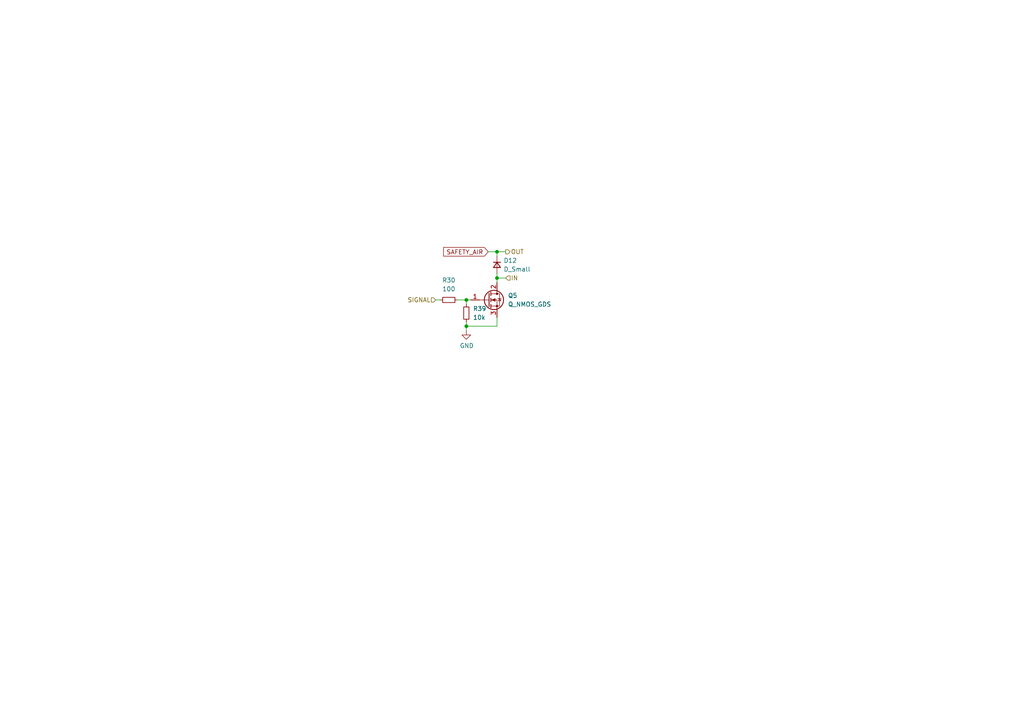
<source format=kicad_sch>
(kicad_sch (version 20211123) (generator eeschema)

  (uuid 503f26e5-d308-4336-b267-c768bce6c9b7)

  (paper "A4")

  (lib_symbols
    (symbol "Device:D_Small" (pin_numbers hide) (pin_names (offset 0.254) hide) (in_bom yes) (on_board yes)
      (property "Reference" "D" (id 0) (at -1.27 2.032 0)
        (effects (font (size 1.27 1.27)) (justify left))
      )
      (property "Value" "D_Small" (id 1) (at -3.81 -2.032 0)
        (effects (font (size 1.27 1.27)) (justify left))
      )
      (property "Footprint" "" (id 2) (at 0 0 90)
        (effects (font (size 1.27 1.27)) hide)
      )
      (property "Datasheet" "~" (id 3) (at 0 0 90)
        (effects (font (size 1.27 1.27)) hide)
      )
      (property "ki_keywords" "diode" (id 4) (at 0 0 0)
        (effects (font (size 1.27 1.27)) hide)
      )
      (property "ki_description" "Diode, small symbol" (id 5) (at 0 0 0)
        (effects (font (size 1.27 1.27)) hide)
      )
      (property "ki_fp_filters" "TO-???* *_Diode_* *SingleDiode* D_*" (id 6) (at 0 0 0)
        (effects (font (size 1.27 1.27)) hide)
      )
      (symbol "D_Small_0_1"
        (polyline
          (pts
            (xy -0.762 -1.016)
            (xy -0.762 1.016)
          )
          (stroke (width 0.254) (type default) (color 0 0 0 0))
          (fill (type none))
        )
        (polyline
          (pts
            (xy -0.762 0)
            (xy 0.762 0)
          )
          (stroke (width 0) (type default) (color 0 0 0 0))
          (fill (type none))
        )
        (polyline
          (pts
            (xy 0.762 -1.016)
            (xy -0.762 0)
            (xy 0.762 1.016)
            (xy 0.762 -1.016)
          )
          (stroke (width 0.254) (type default) (color 0 0 0 0))
          (fill (type none))
        )
      )
      (symbol "D_Small_1_1"
        (pin passive line (at -2.54 0 0) (length 1.778)
          (name "K" (effects (font (size 1.27 1.27))))
          (number "1" (effects (font (size 1.27 1.27))))
        )
        (pin passive line (at 2.54 0 180) (length 1.778)
          (name "A" (effects (font (size 1.27 1.27))))
          (number "2" (effects (font (size 1.27 1.27))))
        )
      )
    )
    (symbol "Device:Q_NMOS_GDS" (pin_names (offset 0) hide) (in_bom yes) (on_board yes)
      (property "Reference" "Q" (id 0) (at 5.08 1.27 0)
        (effects (font (size 1.27 1.27)) (justify left))
      )
      (property "Value" "Q_NMOS_GDS" (id 1) (at 5.08 -1.27 0)
        (effects (font (size 1.27 1.27)) (justify left))
      )
      (property "Footprint" "" (id 2) (at 5.08 2.54 0)
        (effects (font (size 1.27 1.27)) hide)
      )
      (property "Datasheet" "~" (id 3) (at 0 0 0)
        (effects (font (size 1.27 1.27)) hide)
      )
      (property "ki_keywords" "transistor NMOS N-MOS N-MOSFET" (id 4) (at 0 0 0)
        (effects (font (size 1.27 1.27)) hide)
      )
      (property "ki_description" "N-MOSFET transistor, gate/drain/source" (id 5) (at 0 0 0)
        (effects (font (size 1.27 1.27)) hide)
      )
      (symbol "Q_NMOS_GDS_0_1"
        (polyline
          (pts
            (xy 0.254 0)
            (xy -2.54 0)
          )
          (stroke (width 0) (type default) (color 0 0 0 0))
          (fill (type none))
        )
        (polyline
          (pts
            (xy 0.254 1.905)
            (xy 0.254 -1.905)
          )
          (stroke (width 0.254) (type default) (color 0 0 0 0))
          (fill (type none))
        )
        (polyline
          (pts
            (xy 0.762 -1.27)
            (xy 0.762 -2.286)
          )
          (stroke (width 0.254) (type default) (color 0 0 0 0))
          (fill (type none))
        )
        (polyline
          (pts
            (xy 0.762 0.508)
            (xy 0.762 -0.508)
          )
          (stroke (width 0.254) (type default) (color 0 0 0 0))
          (fill (type none))
        )
        (polyline
          (pts
            (xy 0.762 2.286)
            (xy 0.762 1.27)
          )
          (stroke (width 0.254) (type default) (color 0 0 0 0))
          (fill (type none))
        )
        (polyline
          (pts
            (xy 2.54 2.54)
            (xy 2.54 1.778)
          )
          (stroke (width 0) (type default) (color 0 0 0 0))
          (fill (type none))
        )
        (polyline
          (pts
            (xy 2.54 -2.54)
            (xy 2.54 0)
            (xy 0.762 0)
          )
          (stroke (width 0) (type default) (color 0 0 0 0))
          (fill (type none))
        )
        (polyline
          (pts
            (xy 0.762 -1.778)
            (xy 3.302 -1.778)
            (xy 3.302 1.778)
            (xy 0.762 1.778)
          )
          (stroke (width 0) (type default) (color 0 0 0 0))
          (fill (type none))
        )
        (polyline
          (pts
            (xy 1.016 0)
            (xy 2.032 0.381)
            (xy 2.032 -0.381)
            (xy 1.016 0)
          )
          (stroke (width 0) (type default) (color 0 0 0 0))
          (fill (type outline))
        )
        (polyline
          (pts
            (xy 2.794 0.508)
            (xy 2.921 0.381)
            (xy 3.683 0.381)
            (xy 3.81 0.254)
          )
          (stroke (width 0) (type default) (color 0 0 0 0))
          (fill (type none))
        )
        (polyline
          (pts
            (xy 3.302 0.381)
            (xy 2.921 -0.254)
            (xy 3.683 -0.254)
            (xy 3.302 0.381)
          )
          (stroke (width 0) (type default) (color 0 0 0 0))
          (fill (type none))
        )
        (circle (center 1.651 0) (radius 2.794)
          (stroke (width 0.254) (type default) (color 0 0 0 0))
          (fill (type none))
        )
        (circle (center 2.54 -1.778) (radius 0.254)
          (stroke (width 0) (type default) (color 0 0 0 0))
          (fill (type outline))
        )
        (circle (center 2.54 1.778) (radius 0.254)
          (stroke (width 0) (type default) (color 0 0 0 0))
          (fill (type outline))
        )
      )
      (symbol "Q_NMOS_GDS_1_1"
        (pin input line (at -5.08 0 0) (length 2.54)
          (name "G" (effects (font (size 1.27 1.27))))
          (number "1" (effects (font (size 1.27 1.27))))
        )
        (pin passive line (at 2.54 5.08 270) (length 2.54)
          (name "D" (effects (font (size 1.27 1.27))))
          (number "2" (effects (font (size 1.27 1.27))))
        )
        (pin passive line (at 2.54 -5.08 90) (length 2.54)
          (name "S" (effects (font (size 1.27 1.27))))
          (number "3" (effects (font (size 1.27 1.27))))
        )
      )
    )
    (symbol "Device:R_Small" (pin_numbers hide) (pin_names (offset 0.254) hide) (in_bom yes) (on_board yes)
      (property "Reference" "R" (id 0) (at 0.762 0.508 0)
        (effects (font (size 1.27 1.27)) (justify left))
      )
      (property "Value" "R_Small" (id 1) (at 0.762 -1.016 0)
        (effects (font (size 1.27 1.27)) (justify left))
      )
      (property "Footprint" "" (id 2) (at 0 0 0)
        (effects (font (size 1.27 1.27)) hide)
      )
      (property "Datasheet" "~" (id 3) (at 0 0 0)
        (effects (font (size 1.27 1.27)) hide)
      )
      (property "ki_keywords" "R resistor" (id 4) (at 0 0 0)
        (effects (font (size 1.27 1.27)) hide)
      )
      (property "ki_description" "Resistor, small symbol" (id 5) (at 0 0 0)
        (effects (font (size 1.27 1.27)) hide)
      )
      (property "ki_fp_filters" "R_*" (id 6) (at 0 0 0)
        (effects (font (size 1.27 1.27)) hide)
      )
      (symbol "R_Small_0_1"
        (rectangle (start -0.762 1.778) (end 0.762 -1.778)
          (stroke (width 0.2032) (type default) (color 0 0 0 0))
          (fill (type none))
        )
      )
      (symbol "R_Small_1_1"
        (pin passive line (at 0 2.54 270) (length 0.762)
          (name "~" (effects (font (size 1.27 1.27))))
          (number "1" (effects (font (size 1.27 1.27))))
        )
        (pin passive line (at 0 -2.54 90) (length 0.762)
          (name "~" (effects (font (size 1.27 1.27))))
          (number "2" (effects (font (size 1.27 1.27))))
        )
      )
    )
    (symbol "power:GND" (power) (pin_names (offset 0)) (in_bom yes) (on_board yes)
      (property "Reference" "#PWR" (id 0) (at 0 -6.35 0)
        (effects (font (size 1.27 1.27)) hide)
      )
      (property "Value" "GND" (id 1) (at 0 -3.81 0)
        (effects (font (size 1.27 1.27)))
      )
      (property "Footprint" "" (id 2) (at 0 0 0)
        (effects (font (size 1.27 1.27)) hide)
      )
      (property "Datasheet" "" (id 3) (at 0 0 0)
        (effects (font (size 1.27 1.27)) hide)
      )
      (property "ki_keywords" "power-flag" (id 4) (at 0 0 0)
        (effects (font (size 1.27 1.27)) hide)
      )
      (property "ki_description" "Power symbol creates a global label with name \"GND\" , ground" (id 5) (at 0 0 0)
        (effects (font (size 1.27 1.27)) hide)
      )
      (symbol "GND_0_1"
        (polyline
          (pts
            (xy 0 0)
            (xy 0 -1.27)
            (xy 1.27 -1.27)
            (xy 0 -2.54)
            (xy -1.27 -1.27)
            (xy 0 -1.27)
          )
          (stroke (width 0) (type default) (color 0 0 0 0))
          (fill (type none))
        )
      )
      (symbol "GND_1_1"
        (pin power_in line (at 0 0 270) (length 0) hide
          (name "GND" (effects (font (size 1.27 1.27))))
          (number "1" (effects (font (size 1.27 1.27))))
        )
      )
    )
  )

  (junction (at 135.255 94.615) (diameter 0) (color 0 0 0 0)
    (uuid 3cec61fb-7f92-47d7-bdcf-f3f1519dcc16)
  )
  (junction (at 144.145 73.025) (diameter 0) (color 0 0 0 0)
    (uuid 4bf27ba3-0813-44cb-95ba-3ce4fe355027)
  )
  (junction (at 135.255 86.995) (diameter 0) (color 0 0 0 0)
    (uuid 902f54fd-6c66-4e3c-a8e9-33215f688a79)
  )
  (junction (at 144.145 80.645) (diameter 0) (color 0 0 0 0)
    (uuid fc637324-0ec6-4e32-a4fe-925940358e37)
  )

  (wire (pts (xy 132.715 86.995) (xy 135.255 86.995))
    (stroke (width 0) (type default) (color 0 0 0 0))
    (uuid 12e6a1a7-b0f9-4a64-a94d-7872e5e6da44)
  )
  (wire (pts (xy 144.145 80.645) (xy 146.685 80.645))
    (stroke (width 0) (type default) (color 0 0 0 0))
    (uuid 327e5864-23ec-4149-a50b-dcaf2416a116)
  )
  (wire (pts (xy 135.255 93.345) (xy 135.255 94.615))
    (stroke (width 0) (type default) (color 0 0 0 0))
    (uuid 365148e2-9700-4789-a3cc-7cd0c5ce47f8)
  )
  (wire (pts (xy 135.255 86.995) (xy 136.525 86.995))
    (stroke (width 0) (type default) (color 0 0 0 0))
    (uuid 4d2739b1-aa6a-4a9a-b737-056f34f27c67)
  )
  (wire (pts (xy 135.255 94.615) (xy 135.255 95.885))
    (stroke (width 0) (type default) (color 0 0 0 0))
    (uuid 51b80655-502b-4849-8d61-2ebbbaaa55a5)
  )
  (wire (pts (xy 135.255 86.995) (xy 135.255 88.265))
    (stroke (width 0) (type default) (color 0 0 0 0))
    (uuid 5e2d2ab5-bfbd-44d5-bdda-eeab85b9c3ac)
  )
  (wire (pts (xy 144.145 73.025) (xy 144.145 74.295))
    (stroke (width 0) (type default) (color 0 0 0 0))
    (uuid 9272a6d2-96dd-4592-8981-66a778bb82ae)
  )
  (wire (pts (xy 126.365 86.995) (xy 127.635 86.995))
    (stroke (width 0) (type default) (color 0 0 0 0))
    (uuid a7a1fd15-3719-4148-82e3-3fed965f2fa5)
  )
  (wire (pts (xy 144.145 92.075) (xy 144.145 94.615))
    (stroke (width 0) (type default) (color 0 0 0 0))
    (uuid abc110ea-55f4-476f-8ce3-fed8cf474c89)
  )
  (wire (pts (xy 144.145 73.025) (xy 141.605 73.025))
    (stroke (width 0) (type default) (color 0 0 0 0))
    (uuid ae804b90-cbe9-413d-99b7-fd0a63442f3a)
  )
  (wire (pts (xy 144.145 79.375) (xy 144.145 80.645))
    (stroke (width 0) (type default) (color 0 0 0 0))
    (uuid bcc21cb5-f8b4-47e7-a536-c488d701d1e2)
  )
  (wire (pts (xy 135.255 94.615) (xy 144.145 94.615))
    (stroke (width 0) (type default) (color 0 0 0 0))
    (uuid cf2eb2c5-ef2e-4455-9d3d-b986eba9001f)
  )
  (wire (pts (xy 144.145 81.915) (xy 144.145 80.645))
    (stroke (width 0) (type default) (color 0 0 0 0))
    (uuid df5b352f-7082-4ba3-9f73-c5cabbc15284)
  )
  (wire (pts (xy 146.685 73.025) (xy 144.145 73.025))
    (stroke (width 0) (type default) (color 0 0 0 0))
    (uuid f5c93e75-eff8-4ffa-9c05-e9fbfc791338)
  )

  (global_label "SAFETY_AIR" (shape input) (at 141.605 73.025 180) (fields_autoplaced)
    (effects (font (size 1.27 1.27)) (justify right))
    (uuid a3e33b53-52e9-4675-b485-c301c2aa7291)
    (property "Intersheet References" "${INTERSHEET_REFS}" (id 0) (at 128.7579 73.1044 0)
      (effects (font (size 1.27 1.27)) (justify right) hide)
    )
  )

  (hierarchical_label "IN" (shape input) (at 146.685 80.645 0)
    (effects (font (size 1.27 1.27)) (justify left))
    (uuid 04480344-7155-44b0-841e-7f598a7730a4)
  )
  (hierarchical_label "OUT" (shape output) (at 146.685 73.025 0)
    (effects (font (size 1.27 1.27)) (justify left))
    (uuid 95f3ac80-4a6a-48cb-8fe7-8ab7228d4fa7)
  )
  (hierarchical_label "SIGNAL" (shape input) (at 126.365 86.995 180)
    (effects (font (size 1.27 1.27)) (justify right))
    (uuid bb98b1d8-dc50-4b11-a585-f77f5117f721)
  )

  (symbol (lib_id "Device:R_Small") (at 135.255 90.805 180) (unit 1)
    (in_bom yes) (on_board yes) (fields_autoplaced)
    (uuid 532e3ca0-8c2d-43c8-81bc-d5d67e2f5626)
    (property "Reference" "R39" (id 0) (at 137.16 89.5349 0)
      (effects (font (size 1.27 1.27)) (justify right))
    )
    (property "Value" "10k" (id 1) (at 137.16 92.0749 0)
      (effects (font (size 1.27 1.27)) (justify right))
    )
    (property "Footprint" "Resistor_SMD:R_0603_1608Metric" (id 2) (at 135.255 90.805 0)
      (effects (font (size 1.27 1.27)) hide)
    )
    (property "Datasheet" "~" (id 3) (at 135.255 90.805 0)
      (effects (font (size 1.27 1.27)) hide)
    )
    (pin "1" (uuid 1e80b576-dfda-478e-9210-61c0bbd81675))
    (pin "2" (uuid d322056d-7876-4e4c-a9a1-52152ac9ee20))
  )

  (symbol (lib_id "Device:R_Small") (at 130.175 86.995 270) (unit 1)
    (in_bom yes) (on_board yes) (fields_autoplaced)
    (uuid 5cbf02e7-81da-4112-a10d-540f898f5fb8)
    (property "Reference" "R30" (id 0) (at 130.175 81.28 90))
    (property "Value" "100" (id 1) (at 130.175 83.82 90))
    (property "Footprint" "Resistor_SMD:R_0603_1608Metric" (id 2) (at 130.175 86.995 0)
      (effects (font (size 1.27 1.27)) hide)
    )
    (property "Datasheet" "~" (id 3) (at 130.175 86.995 0)
      (effects (font (size 1.27 1.27)) hide)
    )
    (pin "1" (uuid fd7e8281-bdf2-4922-a3cf-d0be6c2cebe9))
    (pin "2" (uuid a3fc7aa9-08e4-47f9-ab48-b459de463bae))
  )

  (symbol (lib_id "Device:Q_NMOS_GDS") (at 141.605 86.995 0) (unit 1)
    (in_bom yes) (on_board yes) (fields_autoplaced)
    (uuid 67570389-0304-4f3e-bd68-376f2f6f5171)
    (property "Reference" "Q5" (id 0) (at 147.32 85.7249 0)
      (effects (font (size 1.27 1.27)) (justify left))
    )
    (property "Value" "Q_NMOS_GDS" (id 1) (at 147.32 88.2649 0)
      (effects (font (size 1.27 1.27)) (justify left))
    )
    (property "Footprint" "Package_TO_SOT_SMD:SOT-223-3_TabPin2" (id 2) (at 146.685 84.455 0)
      (effects (font (size 1.27 1.27)) hide)
    )
    (property "Datasheet" "https://www.mouser.pl/datasheet/2/196/Infineon_IRLL024Z_DataSheet_v01_01_EN-1227867.pdf" (id 3) (at 141.605 86.995 0)
      (effects (font (size 1.27 1.27)) hide)
    )
    (property "Url" "https://www.mouser.pl/ProductDetail/Infineon-Technologies/IRLL024ZTRPBF?qs=9%252BKlkBgLFf1b4odHOQZ9nw%3D%3D" (id 4) (at 141.605 86.995 0)
      (effects (font (size 1.27 1.27)) hide)
    )
    (pin "1" (uuid 4b6238b7-abf0-46b5-bed5-d40d483fd925))
    (pin "2" (uuid 95da8796-c794-4dee-8022-0f1f98b99f08))
    (pin "3" (uuid c773cca6-633f-490a-a593-3c45cf5300a8))
  )

  (symbol (lib_id "Device:D_Small") (at 144.145 76.835 270) (unit 1)
    (in_bom yes) (on_board yes) (fields_autoplaced)
    (uuid 6a11cf2a-7780-4bd3-a6f0-b1a406f5ee3d)
    (property "Reference" "D12" (id 0) (at 146.05 75.5649 90)
      (effects (font (size 1.27 1.27)) (justify left))
    )
    (property "Value" "D_Small" (id 1) (at 146.05 78.1049 90)
      (effects (font (size 1.27 1.27)) (justify left))
    )
    (property "Footprint" "Diode_SMD:D_SMB" (id 2) (at 144.145 76.835 90)
      (effects (font (size 1.27 1.27)) hide)
    )
    (property "Datasheet" "~" (id 3) (at 144.145 76.835 90)
      (effects (font (size 1.27 1.27)) hide)
    )
    (pin "1" (uuid c78d4612-50fe-43a9-bcab-a223960093eb))
    (pin "2" (uuid 026ebe48-b50a-4756-9c8f-d1d9bb0358c8))
  )

  (symbol (lib_id "power:GND") (at 135.255 95.885 0) (unit 1)
    (in_bom yes) (on_board yes)
    (uuid eb527b49-ba98-4d25-b87b-221083b02329)
    (property "Reference" "#PWR0126" (id 0) (at 135.255 102.235 0)
      (effects (font (size 1.27 1.27)) hide)
    )
    (property "Value" "GND" (id 1) (at 135.382 100.2792 0))
    (property "Footprint" "" (id 2) (at 135.255 95.885 0)
      (effects (font (size 1.27 1.27)) hide)
    )
    (property "Datasheet" "" (id 3) (at 135.255 95.885 0)
      (effects (font (size 1.27 1.27)) hide)
    )
    (pin "1" (uuid 0ff03a85-0ada-4ab9-94fd-046d652fa9c6))
  )
)

</source>
